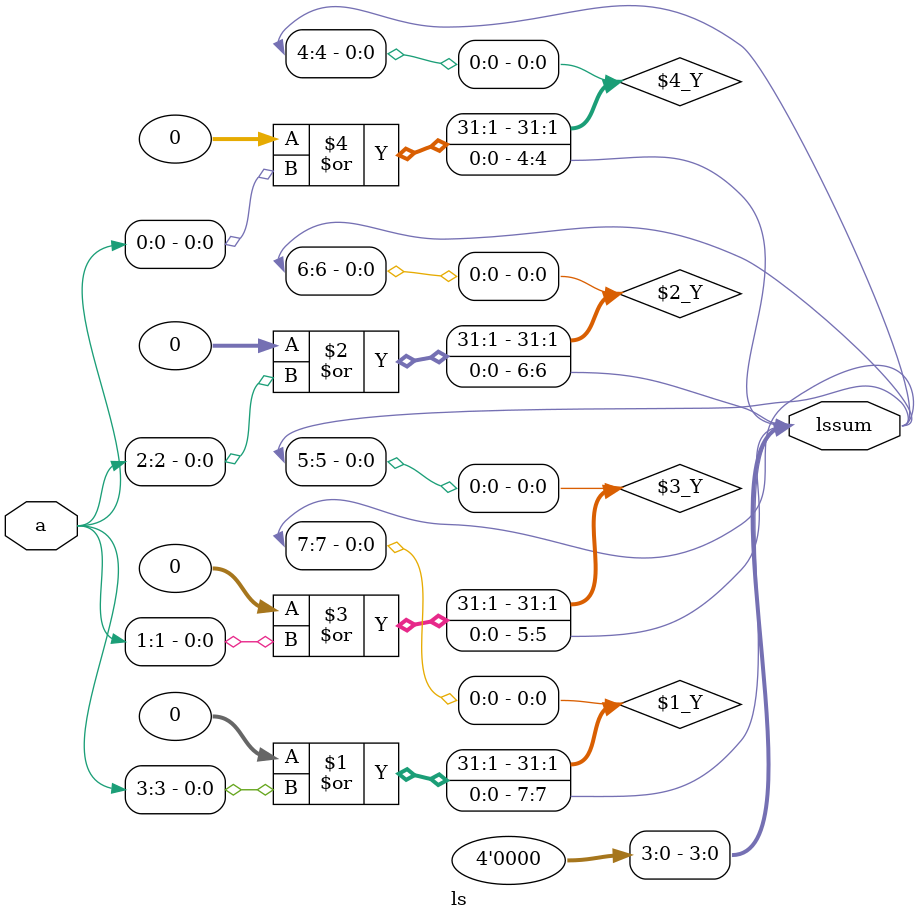
<source format=v>
module ls(lssum,a);
input [7:0]a;
output [7:0]lssum;

or(lssum[7],0,a[3]);
or(lssum[6],0,a[2]);
or(lssum[5],0,a[1]);
or(lssum[4],0,a[0]);
or(lssum[3],0,0);
or(lssum[2],0,0);
or(lssum[1],0,0);
or(lssum[0],0,0);

endmodule

</source>
